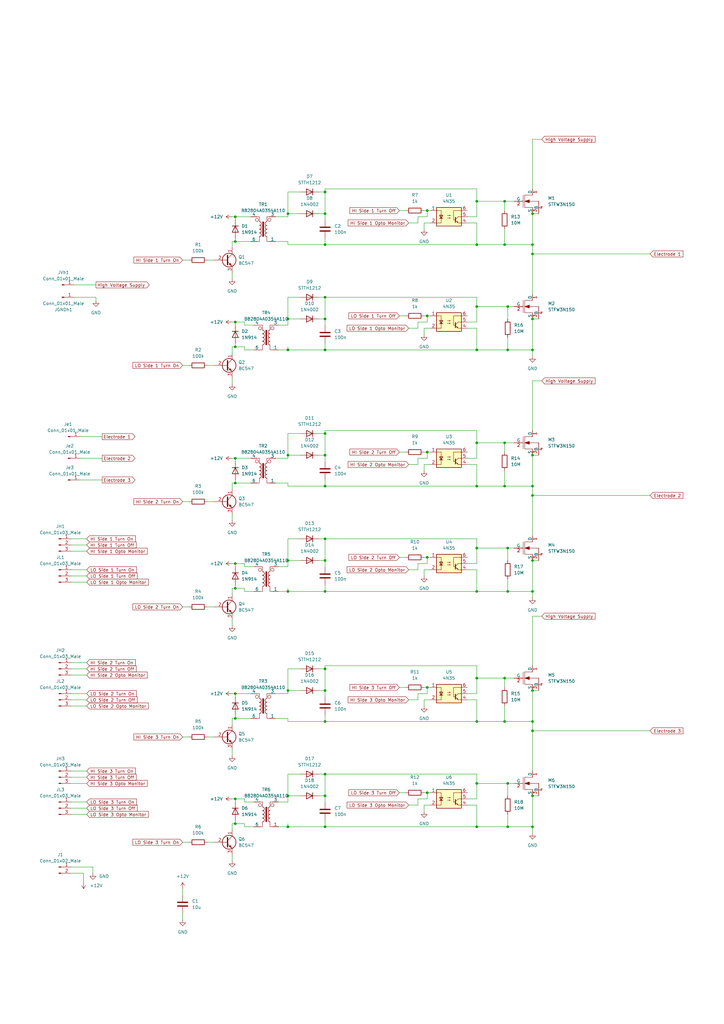
<source format=kicad_sch>
(kicad_sch (version 20211123) (generator eeschema)
  (paper "A3" portrait)
  (junction (at 195.58 224.79))
  (junction (at 96.52 187.96))
  (junction (at 218.44 87.63))
  (junction (at 207.01 181.61))
  (junction (at 133.35 242.57))
  (junction (at 207.01 100.33))
  (junction (at 195.58 100.33))
  (junction (at 133.35 283.21))
  (junction (at 195.58 199.39))
  (junction (at 208.28 125.73))
  (junction (at 96.52 294.64))
  (junction (at 96.52 327.66))
  (junction (at 195.58 321.31))
  (junction (at 133.35 229.87))
  (junction (at 96.52 337.82))
  (junction (at 133.35 220.98))
  (junction (at 208.28 242.57))
  (junction (at 96.52 198.12))
  (junction (at 175.26 281.94))
  (junction (at 218.44 143.51))
  (junction (at 218.44 104.14))
  (junction (at 133.35 317.5))
  (junction (at 175.26 325.12))
  (junction (at 133.35 121.92))
  (junction (at 208.28 143.51))
  (junction (at 195.58 278.13))
  (junction (at 208.28 339.09))
  (junction (at 96.52 241.3))
  (junction (at 175.26 228.6))
  (junction (at 207.01 278.13))
  (junction (at 218.44 299.72))
  (junction (at 133.35 87.63))
  (junction (at 207.01 295.91))
  (junction (at 96.52 142.24))
  (junction (at 118.11 130.81))
  (junction (at 96.52 231.14))
  (junction (at 218.44 283.21))
  (junction (at 218.44 326.39))
  (junction (at 118.11 229.87))
  (junction (at 218.44 130.81))
  (junction (at 218.44 242.57))
  (junction (at 118.11 283.21))
  (junction (at 133.35 143.51))
  (junction (at 133.35 199.39))
  (junction (at 118.11 326.39))
  (junction (at 195.58 143.51))
  (junction (at 133.35 177.8))
  (junction (at 118.11 143.51))
  (junction (at 133.35 326.39))
  (junction (at 96.52 99.06))
  (junction (at 195.58 339.09))
  (junction (at 207.01 82.55))
  (junction (at 218.44 203.2))
  (junction (at 175.26 86.36))
  (junction (at 195.58 242.57))
  (junction (at 195.58 82.55))
  (junction (at 218.44 339.09))
  (junction (at 218.44 295.91))
  (junction (at 208.28 321.31))
  (junction (at 218.44 100.33))
  (junction (at 195.58 181.61))
  (junction (at 118.11 87.63))
  (junction (at 118.11 339.09))
  (junction (at 133.35 78.74))
  (junction (at 118.11 242.57))
  (junction (at 218.44 186.69))
  (junction (at 175.26 129.54))
  (junction (at 133.35 130.81))
  (junction (at 218.44 229.87))
  (junction (at 96.52 88.9))
  (junction (at 96.52 284.48))
  (junction (at 218.44 199.39))
  (junction (at 133.35 100.33))
  (junction (at 118.11 186.69))
  (junction (at 133.35 295.91))
  (junction (at 133.35 274.32))
  (junction (at 208.28 224.79))
  (junction (at 195.58 295.91))
  (junction (at 207.01 199.39))
  (junction (at 195.58 125.73))
  (junction (at 133.35 339.09))
  (junction (at 133.35 186.69))
  (junction (at 96.52 132.08))
  (junction (at 175.26 185.42))
  (wire (pts (xy 29.21 328.93) (xy 35.56 328.93)))
  (wire (pts (xy 218.44 299.72) (xy 218.44 295.91)))
  (wire (pts (xy 95.25 231.14) (xy 96.52 231.14)))
  (wire (pts (xy 133.35 336.55) (xy 133.35 339.09)))
  (wire (pts (xy 207.01 278.13) (xy 210.82 278.13)))
  (wire (pts (xy 173.99 134.62) (xy 176.53 134.62)))
  (wire (pts (xy 191.77 287.02) (xy 195.58 287.02)))
  (wire (pts (xy 218.44 252.73) (xy 222.25 252.73)))
  (wire (pts (xy 195.58 220.98) (xy 133.35 220.98)))
  (wire (pts (xy 195.58 273.05) (xy 195.58 278.13)))
  (wire (pts (xy 96.52 142.24) (xy 100.33 142.24)))
  (wire (pts (xy 133.35 273.05) (xy 133.35 274.32)))
  (wire (pts (xy 74.93 149.86) (xy 77.47 149.86)))
  (wire (pts (xy 95.25 187.96) (xy 96.52 187.96)))
  (wire (pts (xy 100.33 143.51) (xy 100.33 142.24)))
  (wire (pts (xy 133.35 130.81) (xy 130.81 130.81)))
  (wire (pts (xy 123.19 177.8) (xy 118.11 177.8)))
  (wire (pts (xy 39.37 116.84) (xy 30.48 116.84)))
  (wire (pts (xy 114.3 339.09) (xy 118.11 339.09)))
  (wire (pts (xy 207.01 181.61) (xy 210.82 181.61)))
  (wire (pts (xy 218.44 326.39) (xy 220.98 326.39)))
  (wire (pts (xy 95.25 200.66) (xy 95.25 198.12)))
  (wire (pts (xy 207.01 82.55) (xy 210.82 82.55)))
  (wire (pts (xy 118.11 339.09) (xy 133.35 339.09)))
  (wire (pts (xy 95.25 101.6) (xy 95.25 99.06)))
  (wire (pts (xy 130.81 121.92) (xy 133.35 121.92)))
  (wire (pts (xy 104.14 242.57) (xy 100.33 242.57)))
  (wire (pts (xy 195.58 176.53) (xy 195.58 181.61)))
  (wire (pts (xy 118.11 317.5) (xy 118.11 326.39)))
  (wire (pts (xy 195.58 278.13) (xy 207.01 278.13)))
  (wire (pts (xy 100.33 232.41) (xy 104.14 232.41)))
  (wire (pts (xy 118.11 186.69) (xy 123.19 186.69)))
  (wire (pts (xy 175.26 325.12) (xy 176.53 325.12)))
  (wire (pts (xy 29.21 318.77) (xy 35.56 318.77)))
  (wire (pts (xy 118.11 100.33) (xy 133.35 100.33)))
  (wire (pts (xy 171.45 233.68) (xy 171.45 231.14)))
  (wire (pts (xy 118.11 229.87) (xy 118.11 232.41)))
  (wire (pts (xy 29.21 331.47) (xy 35.56 331.47)))
  (wire (pts (xy 208.28 321.31) (xy 210.82 321.31)))
  (wire (pts (xy 171.45 284.48) (xy 175.26 284.48)))
  (wire (pts (xy 96.52 284.48) (xy 102.87 284.48)))
  (wire (pts (xy 195.58 317.5) (xy 133.35 317.5)))
  (wire (pts (xy 118.11 121.92) (xy 118.11 130.81)))
  (wire (pts (xy 173.99 332.74) (xy 173.99 330.2)))
  (wire (pts (xy 96.52 284.48) (xy 96.52 285.75)))
  (wire (pts (xy 74.93 364.49) (xy 74.93 367.03)))
  (wire (pts (xy 207.01 181.61) (xy 207.01 185.42)))
  (wire (pts (xy 218.44 57.15) (xy 218.44 77.47)))
  (wire (pts (xy 218.44 87.63) (xy 220.98 87.63)))
  (wire (pts (xy 34.29 358.14) (xy 34.29 361.95)))
  (wire (pts (xy 195.58 224.79) (xy 208.28 224.79)))
  (wire (pts (xy 96.52 187.96) (xy 96.52 189.23)))
  (wire (pts (xy 96.52 132.08) (xy 100.33 132.08)))
  (wire (pts (xy 163.83 228.6) (xy 166.37 228.6)))
  (wire (pts (xy 218.44 100.33) (xy 218.44 87.63)))
  (wire (pts (xy 96.52 337.82) (xy 95.25 337.82)))
  (wire (pts (xy 118.11 326.39) (xy 118.11 328.93)))
  (wire (pts (xy 123.19 317.5) (xy 118.11 317.5)))
  (wire (pts (xy 113.03 187.96) (xy 118.11 187.96)))
  (wire (pts (xy 130.81 220.98) (xy 133.35 220.98)))
  (wire (pts (xy 195.58 224.79) (xy 195.58 231.14)))
  (wire (pts (xy 173.99 93.98) (xy 173.99 91.44)))
  (wire (pts (xy 173.99 325.12) (xy 175.26 325.12)))
  (wire (pts (xy 118.11 99.06) (xy 118.11 100.33)))
  (wire (pts (xy 96.52 327.66) (xy 100.33 327.66)))
  (wire (pts (xy 95.25 132.08) (xy 96.52 132.08)))
  (wire (pts (xy 118.11 198.12) (xy 118.11 199.39)))
  (wire (pts (xy 191.77 134.62) (xy 195.58 134.62)))
  (wire (pts (xy 95.25 297.18) (xy 95.25 294.64)))
  (wire (pts (xy 195.58 321.31) (xy 195.58 327.66)))
  (wire (pts (xy 195.58 321.31) (xy 208.28 321.31)))
  (wire (pts (xy 95.25 284.48) (xy 96.52 284.48)))
  (wire (pts (xy 163.83 185.42) (xy 166.37 185.42)))
  (wire (pts (xy 218.44 57.15) (xy 222.25 57.15)))
  (wire (pts (xy 133.35 143.51) (xy 195.58 143.51)))
  (wire (pts (xy 114.3 242.57) (xy 118.11 242.57)))
  (wire (pts (xy 218.44 203.2) (xy 218.44 219.71)))
  (wire (pts (xy 29.21 358.14) (xy 34.29 358.14)))
  (wire (pts (xy 100.33 328.93) (xy 104.14 328.93)))
  (wire (pts (xy 114.3 143.51) (xy 118.11 143.51)))
  (wire (pts (xy 118.11 241.3) (xy 118.11 242.57)))
  (wire (pts (xy 123.19 121.92) (xy 118.11 121.92)))
  (wire (pts (xy 173.99 185.42) (xy 175.26 185.42)))
  (wire (pts (xy 171.45 91.44) (xy 171.45 88.9)))
  (wire (pts (xy 173.99 86.36) (xy 175.26 86.36)))
  (wire (pts (xy 96.52 241.3) (xy 100.33 241.3)))
  (wire (pts (xy 167.64 330.2) (xy 171.45 330.2)))
  (wire (pts (xy 29.21 223.52) (xy 35.56 223.52)))
  (wire (pts (xy 218.44 203.2) (xy 266.7 203.2)))
  (wire (pts (xy 175.26 231.14) (xy 175.26 228.6)))
  (wire (pts (xy 173.99 228.6) (xy 175.26 228.6)))
  (wire (pts (xy 29.21 284.48) (xy 35.56 284.48)))
  (wire (pts (xy 218.44 295.91) (xy 218.44 283.21)))
  (wire (pts (xy 30.48 121.92) (xy 39.37 121.92)))
  (wire (pts (xy 195.58 327.66) (xy 191.77 327.66)))
  (wire (pts (xy 29.21 289.56) (xy 35.56 289.56)))
  (wire (pts (xy 118.11 337.82) (xy 118.11 339.09)))
  (wire (pts (xy 133.35 293.37) (xy 133.35 295.91)))
  (wire (pts (xy 175.26 129.54) (xy 176.53 129.54)))
  (wire (pts (xy 208.28 237.49) (xy 208.28 242.57)))
  (wire (pts (xy 123.19 220.98) (xy 118.11 220.98)))
  (wire (pts (xy 133.35 283.21) (xy 130.81 283.21)))
  (wire (pts (xy 85.09 345.44) (xy 87.63 345.44)))
  (wire (pts (xy 133.35 285.75) (xy 133.35 283.21)))
  (wire (pts (xy 133.35 176.53) (xy 133.35 177.8)))
  (wire (pts (xy 118.11 283.21) (xy 123.19 283.21)))
  (wire (pts (xy 218.44 156.21) (xy 218.44 176.53)))
  (wire (pts (xy 96.52 198.12) (xy 102.87 198.12)))
  (wire (pts (xy 113.03 88.9) (xy 118.11 88.9)))
  (wire (pts (xy 175.26 132.08) (xy 175.26 129.54)))
  (wire (pts (xy 133.35 242.57) (xy 195.58 242.57)))
  (wire (pts (xy 173.99 193.04) (xy 173.99 190.5)))
  (wire (pts (xy 96.52 240.03) (xy 96.52 241.3)))
  (wire (pts (xy 29.21 276.86) (xy 35.56 276.86)))
  (wire (pts (xy 118.11 177.8) (xy 118.11 186.69)))
  (wire (pts (xy 118.11 274.32) (xy 118.11 283.21)))
  (wire (pts (xy 195.58 82.55) (xy 207.01 82.55)))
  (wire (pts (xy 173.99 281.94) (xy 175.26 281.94)))
  (wire (pts (xy 191.77 233.68) (xy 195.58 233.68)))
  (wire (pts (xy 118.11 294.64) (xy 118.11 295.91)))
  (wire (pts (xy 175.26 88.9) (xy 175.26 86.36)))
  (wire (pts (xy 195.58 82.55) (xy 195.58 88.9)))
  (wire (pts (xy 195.58 233.68) (xy 195.58 242.57)))
  (wire (pts (xy 85.09 106.68) (xy 87.63 106.68)))
  (wire (pts (xy 163.83 129.54) (xy 166.37 129.54)))
  (wire (pts (xy 95.25 142.24) (xy 95.25 144.78)))
  (wire (pts (xy 96.52 241.3) (xy 95.25 241.3)))
  (wire (pts (xy 218.44 252.73) (xy 218.44 273.05)))
  (wire (pts (xy 133.35 273.05) (xy 195.58 273.05)))
  (wire (pts (xy 218.44 104.14) (xy 218.44 120.65)))
  (wire (pts (xy 173.99 137.16) (xy 173.99 134.62)))
  (wire (pts (xy 96.52 337.82) (xy 100.33 337.82)))
  (wire (pts (xy 29.21 274.32) (xy 35.56 274.32)))
  (wire (pts (xy 100.33 242.57) (xy 100.33 241.3)))
  (wire (pts (xy 96.52 88.9) (xy 102.87 88.9)))
  (wire (pts (xy 218.44 104.14) (xy 218.44 100.33)))
  (wire (pts (xy 39.37 123.19) (xy 39.37 121.92)))
  (wire (pts (xy 96.52 327.66) (xy 96.52 328.93)))
  (wire (pts (xy 95.25 327.66) (xy 96.52 327.66)))
  (wire (pts (xy 218.44 242.57) (xy 218.44 229.87)))
  (wire (pts (xy 163.83 281.94) (xy 166.37 281.94)))
  (wire (pts (xy 175.26 228.6) (xy 176.53 228.6)))
  (wire (pts (xy 96.52 336.55) (xy 96.52 337.82)))
  (wire (pts (xy 104.14 143.51) (xy 100.33 143.51)))
  (wire (pts (xy 173.99 233.68) (xy 176.53 233.68)))
  (wire (pts (xy 29.21 316.23) (xy 35.56 316.23)))
  (wire (pts (xy 175.26 327.66) (xy 175.26 325.12)))
  (wire (pts (xy 85.09 302.26) (xy 87.63 302.26)))
  (wire (pts (xy 130.81 177.8) (xy 133.35 177.8)))
  (wire (pts (xy 74.93 248.92) (xy 77.47 248.92)))
  (wire (pts (xy 118.11 142.24) (xy 118.11 143.51)))
  (wire (pts (xy 163.83 325.12) (xy 166.37 325.12)))
  (wire (pts (xy 38.1 355.6) (xy 38.1 358.14)))
  (wire (pts (xy 85.09 205.74) (xy 87.63 205.74)))
  (wire (pts (xy 195.58 317.5) (xy 195.58 321.31)))
  (wire (pts (xy 114.3 232.41) (xy 118.11 232.41)))
  (wire (pts (xy 96.52 294.64) (xy 102.87 294.64)))
  (wire (pts (xy 218.44 283.21) (xy 220.98 283.21)))
  (wire (pts (xy 195.58 190.5) (xy 195.58 199.39)))
  (wire (pts (xy 175.26 284.48) (xy 175.26 281.94)))
  (wire (pts (xy 118.11 78.74) (xy 118.11 87.63)))
  (wire (pts (xy 195.58 77.47) (xy 195.58 82.55)))
  (wire (pts (xy 207.01 278.13) (xy 207.01 281.94)))
  (wire (pts (xy 208.28 143.51) (xy 218.44 143.51)))
  (wire (pts (xy 123.19 274.32) (xy 118.11 274.32)))
  (wire (pts (xy 133.35 326.39) (xy 130.81 326.39)))
  (wire (pts (xy 195.58 132.08) (xy 191.77 132.08)))
  (wire (pts (xy 171.45 190.5) (xy 171.45 187.96)))
  (wire (pts (xy 195.58 220.98) (xy 195.58 224.79)))
  (wire (pts (xy 207.01 93.98) (xy 207.01 100.33)))
  (wire (pts (xy 118.11 283.21) (xy 118.11 284.48)))
  (wire (pts (xy 123.19 130.81) (xy 118.11 130.81)))
  (wire (pts (xy 173.99 129.54) (xy 175.26 129.54)))
  (wire (pts (xy 195.58 121.92) (xy 133.35 121.92)))
  (wire (pts (xy 218.44 229.87) (xy 220.98 229.87)))
  (wire (pts (xy 95.25 307.34) (xy 95.25 309.88)))
  (wire (pts (xy 218.44 156.21) (xy 222.25 156.21)))
  (wire (pts (xy 100.33 133.35) (xy 104.14 133.35)))
  (wire (pts (xy 218.44 245.11) (xy 218.44 242.57)))
  (wire (pts (xy 195.58 295.91) (xy 207.01 295.91)))
  (wire (pts (xy 133.35 78.74) (xy 133.35 87.63)))
  (wire (pts (xy 167.64 91.44) (xy 171.45 91.44)))
  (wire (pts (xy 173.99 289.56) (xy 173.99 287.02)))
  (wire (pts (xy 133.35 240.03) (xy 133.35 242.57)))
  (wire (pts (xy 133.35 199.39) (xy 195.58 199.39)))
  (wire (pts (xy 173.99 236.22) (xy 173.99 233.68)))
  (wire (pts (xy 195.58 330.2) (xy 195.58 339.09)))
  (wire (pts (xy 104.14 339.09) (xy 100.33 339.09)))
  (wire (pts (xy 118.11 130.81) (xy 118.11 133.35)))
  (wire (pts (xy 29.21 238.76) (xy 35.56 238.76)))
  (wire (pts (xy 95.25 241.3) (xy 95.25 243.84)))
  (wire (pts (xy 173.99 91.44) (xy 176.53 91.44)))
  (wire (pts (xy 175.26 281.94) (xy 176.53 281.94)))
  (wire (pts (xy 96.52 196.85) (xy 96.52 198.12)))
  (wire (pts (xy 218.44 203.2) (xy 218.44 199.39)))
  (wire (pts (xy 195.58 125.73) (xy 195.58 132.08)))
  (wire (pts (xy 171.45 330.2) (xy 171.45 327.66)))
  (wire (pts (xy 133.35 220.98) (xy 133.35 229.87)))
  (wire (pts (xy 133.35 121.92) (xy 133.35 130.81)))
  (wire (pts (xy 95.25 198.12) (xy 96.52 198.12)))
  (wire (pts (xy 133.35 140.97) (xy 133.35 143.51)))
  (wire (pts (xy 208.28 125.73) (xy 208.28 130.81)))
  (wire (pts (xy 171.45 134.62) (xy 171.45 132.08)))
  (wire (pts (xy 195.58 181.61) (xy 195.58 187.96)))
  (wire (pts (xy 74.93 302.26) (xy 77.47 302.26)))
  (wire (pts (xy 85.09 149.86) (xy 87.63 149.86)))
  (wire (pts (xy 29.21 233.68) (xy 35.56 233.68)))
  (wire (pts (xy 130.81 78.74) (xy 133.35 78.74)))
  (wire (pts (xy 29.21 226.06) (xy 35.56 226.06)))
  (wire (pts (xy 133.35 77.47) (xy 195.58 77.47)))
  (wire (pts (xy 133.35 87.63) (xy 130.81 87.63)))
  (wire (pts (xy 195.58 278.13) (xy 195.58 284.48)))
  (wire (pts (xy 96.52 140.97) (xy 96.52 142.24)))
  (wire (pts (xy 113.03 198.12) (xy 118.11 198.12)))
  (wire (pts (xy 167.64 190.5) (xy 171.45 190.5)))
  (wire (pts (xy 171.45 231.14) (xy 175.26 231.14)))
  (wire (pts (xy 96.52 142.24) (xy 95.25 142.24)))
  (wire (pts (xy 114.3 328.93) (xy 118.11 328.93)))
  (wire (pts (xy 96.52 231.14) (xy 96.52 232.41)))
  (wire (pts (xy 218.44 341.63) (xy 218.44 339.09)))
  (wire (pts (xy 171.45 88.9) (xy 175.26 88.9)))
  (wire (pts (xy 123.19 229.87) (xy 118.11 229.87)))
  (wire (pts (xy 133.35 189.23) (xy 133.35 186.69)))
  (wire (pts (xy 195.58 125.73) (xy 208.28 125.73)))
  (wire (pts (xy 207.01 199.39) (xy 218.44 199.39)))
  (wire (pts (xy 95.25 337.82) (xy 95.25 340.36)))
  (wire (pts (xy 173.99 287.02) (xy 176.53 287.02)))
  (wire (pts (xy 208.28 321.31) (xy 208.28 326.39)))
  (wire (pts (xy 95.25 111.76) (xy 95.25 114.3)))
  (wire (pts (xy 118.11 143.51) (xy 133.35 143.51)))
  (wire (pts (xy 133.35 133.35) (xy 133.35 130.81)))
  (wire (pts (xy 133.35 90.17) (xy 133.35 87.63)))
  (wire (pts (xy 85.09 248.92) (xy 87.63 248.92)))
  (wire (pts (xy 195.58 199.39) (xy 207.01 199.39)))
  (wire (pts (xy 95.25 99.06) (xy 96.52 99.06)))
  (wire (pts (xy 130.81 274.32) (xy 133.35 274.32)))
  (wire (pts (xy 133.35 328.93) (xy 133.35 326.39)))
  (wire (pts (xy 208.28 334.01) (xy 208.28 339.09)))
  (wire (pts (xy 33.02 187.96) (xy 41.91 187.96)))
  (wire (pts (xy 96.52 293.37) (xy 96.52 294.64)))
  (wire (pts (xy 95.25 154.94) (xy 95.25 157.48)))
  (wire (pts (xy 29.21 334.01) (xy 35.56 334.01)))
  (wire (pts (xy 195.58 100.33) (xy 207.01 100.33)))
  (wire (pts (xy 195.58 91.44) (xy 195.58 100.33)))
  (wire (pts (xy 208.28 125.73) (xy 210.82 125.73)))
  (wire (pts (xy 133.35 186.69) (xy 130.81 186.69)))
  (wire (pts (xy 133.35 177.8) (xy 133.35 186.69)))
  (wire (pts (xy 123.19 78.74) (xy 118.11 78.74)))
  (wire (pts (xy 133.35 97.79) (xy 133.35 100.33)))
  (wire (pts (xy 195.58 134.62) (xy 195.58 143.51)))
  (wire (pts (xy 118.11 186.69) (xy 118.11 187.96)))
  (wire (pts (xy 100.33 132.08) (xy 100.33 133.35)))
  (wire (pts (xy 118.11 199.39) (xy 133.35 199.39)))
  (wire (pts (xy 96.52 88.9) (xy 96.52 90.17)))
  (wire (pts (xy 218.44 130.81) (xy 220.98 130.81)))
  (wire (pts (xy 207.01 82.55) (xy 207.01 86.36)))
  (wire (pts (xy 133.35 339.09) (xy 195.58 339.09)))
  (wire (pts (xy 74.93 345.44) (xy 77.47 345.44)))
  (wire (pts (xy 218.44 186.69) (xy 220.98 186.69)))
  (wire (pts (xy 123.19 326.39) (xy 118.11 326.39)))
  (wire (pts (xy 195.58 231.14) (xy 191.77 231.14)))
  (wire (pts (xy 74.93 106.68) (xy 77.47 106.68)))
  (wire (pts (xy 218.44 299.72) (xy 218.44 316.23)))
  (wire (pts (xy 29.21 236.22) (xy 35.56 236.22)))
  (wire (pts (xy 118.11 87.63) (xy 118.11 88.9)))
  (wire (pts (xy 207.01 100.33) (xy 218.44 100.33)))
  (wire (pts (xy 133.35 176.53) (xy 195.58 176.53)))
  (wire (pts (xy 218.44 104.14) (xy 266.7 104.14)))
  (wire (pts (xy 167.64 134.62) (xy 171.45 134.62)))
  (wire (pts (xy 29.21 220.98) (xy 35.56 220.98)))
  (wire (pts (xy 29.21 321.31) (xy 35.56 321.31)))
  (wire (pts (xy 29.21 355.6) (xy 38.1 355.6)))
  (wire (pts (xy 175.26 86.36) (xy 176.53 86.36)))
  (wire (pts (xy 133.35 274.32) (xy 133.35 283.21)))
  (wire (pts (xy 171.45 287.02) (xy 171.45 284.48)))
  (wire (pts (xy 133.35 100.33) (xy 195.58 100.33)))
  (wire (pts (xy 74.93 205.74) (xy 77.47 205.74)))
  (wire (pts (xy 171.45 327.66) (xy 175.26 327.66)))
  (wire (pts (xy 191.77 330.2) (xy 195.58 330.2)))
  (wire (pts (xy 95.25 210.82) (xy 95.25 213.36)))
  (wire (pts (xy 218.44 146.05) (xy 218.44 143.51)))
  (wire (pts (xy 118.11 295.91) (xy 133.35 295.91)))
  (wire (pts (xy 133.35 229.87) (xy 130.81 229.87)))
  (wire (pts (xy 33.02 179.07) (xy 41.91 179.07)))
  (wire (pts (xy 218.44 299.72) (xy 266.7 299.72)))
  (wire (pts (xy 171.45 132.08) (xy 175.26 132.08)))
  (wire (pts (xy 195.58 181.61) (xy 207.01 181.61)))
  (wire (pts (xy 163.83 86.36) (xy 166.37 86.36)))
  (wire (pts (xy 100.33 327.66) (xy 100.33 328.93)))
  (wire (pts (xy 95.25 254) (xy 95.25 256.54)))
  (wire (pts (xy 167.64 233.68) (xy 171.45 233.68)))
  (wire (pts (xy 175.26 185.42) (xy 176.53 185.42)))
  (wire (pts (xy 96.52 231.14) (xy 100.33 231.14)))
  (wire (pts (xy 195.58 121.92) (xy 195.58 125.73)))
  (wire (pts (xy 208.28 138.43) (xy 208.28 143.51)))
  (wire (pts (xy 100.33 231.14) (xy 100.33 232.41)))
  (wire (pts (xy 130.81 317.5) (xy 133.35 317.5)))
  (wire (pts (xy 167.64 287.02) (xy 171.45 287.02)))
  (wire (pts (xy 218.44 199.39) (xy 218.44 186.69)))
  (wire (pts (xy 133.35 295.91) (xy 195.58 295.91)))
  (wire (pts (xy 113.03 294.64) (xy 118.11 294.64)))
  (wire (pts (xy 191.77 88.9) (xy 195.58 88.9)))
  (wire (pts (xy 29.21 287.02) (xy 35.56 287.02)))
  (wire (pts (xy 96.52 99.06) (xy 102.87 99.06)))
  (wire (pts (xy 96.52 132.08) (xy 96.52 133.35)))
  (wire (pts (xy 171.45 187.96) (xy 175.26 187.96)))
  (wire (pts (xy 118.11 242.57) (xy 133.35 242.57)))
  (wire (pts (xy 218.44 143.51) (xy 218.44 130.81)))
  (wire (pts (xy 207.01 295.91) (xy 218.44 295.91)))
  (wire (pts (xy 95.25 294.64) (xy 96.52 294.64)))
  (wire (pts (xy 173.99 190.5) (xy 176.53 190.5)))
  (wire (pts (xy 191.77 284.48) (xy 195.58 284.48)))
  (wire (pts (xy 29.21 271.78) (xy 35.56 271.78)))
  (wire (pts (xy 207.01 289.56) (xy 207.01 295.91)))
  (wire (pts (xy 96.52 97.79) (xy 96.52 99.06)))
  (wire (pts (xy 100.33 339.09) (xy 100.33 337.82)))
  (wire (pts (xy 74.93 374.65) (xy 74.93 377.19)))
  (wire (pts (xy 118.11 87.63) (xy 123.19 87.63)))
  (wire (pts (xy 195.58 242.57) (xy 208.28 242.57)))
  (wire (pts (xy 208.28 224.79) (xy 210.82 224.79)))
  (wire (pts (xy 113.03 99.06) (xy 118.11 99.06)))
  (wire (pts (xy 191.77 91.44) (xy 195.58 91.44)))
  (wire (pts (xy 133.35 317.5) (xy 133.35 326.39)))
  (wire (pts (xy 191.77 187.96) (xy 195.58 187.96)))
  (wire (pts (xy 208.28 224.79) (xy 208.28 229.87)))
  (wire (pts (xy 175.26 187.96) (xy 175.26 185.42)))
  (wire (pts (xy 96.52 187.96) (xy 102.87 187.96)))
  (wire (pts (xy 118.11 220.98) (xy 118.11 229.87)))
  (wire (pts (xy 114.3 133.35) (xy 118.11 133.35)))
  (wire (pts (xy 33.02 196.85) (xy 41.91 196.85)))
  (wire (pts (xy 173.99 330.2) (xy 176.53 330.2)))
  (wire (pts (xy 133.35 196.85) (xy 133.35 199.39)))
  (wire (pts (xy 191.77 190.5) (xy 195.58 190.5)))
  (wire (pts (xy 195.58 143.51) (xy 208.28 143.51)))
  (wire (pts (xy 133.35 232.41) (xy 133.35 229.87)))
  (wire (pts (xy 207.01 193.04) (xy 207.01 199.39)))
  (wire (pts (xy 218.44 339.09) (xy 218.44 326.39)))
  (wire (pts (xy 113.03 284.48) (xy 118.11 284.48)))
  (wire (pts (xy 195.58 287.02) (xy 195.58 295.91)))
  (wire (pts (xy 195.58 339.09) (xy 208.28 339.09)))
  (wire (pts (xy 133.35 77.47) (xy 133.35 78.74)))
  (wire (pts (xy 95.25 88.9) (xy 96.52 88.9)))
  (wire (pts (xy 208.28 242.57) (xy 218.44 242.57)))
  (wire (pts (xy 95.25 350.52) (xy 95.25 353.06)))
  (wire (pts (xy 208.28 339.09) (xy 218.44 339.09)))
  (global_label "Electrode 2" (shape input) (at 266.7 203.2 0) (property "Intersheet References" "${INTERSHEET_REFS}" (effects hide)))
  (global_label "Electrode 2" (shape output) (at 41.91 187.96 0) (property "Intersheet References" "${INTERSHEET_REFS}" (effects hide)))
  (global_label "LO Side 3 Opto Monitor" (shape input) (at 35.56 334.01 0) (property "Intersheet References" "${INTERSHEET_REFS}" (effects hide)))
  (global_label "High Voltage Supply" (shape input) (at 222.25 57.15 0) (property "Intersheet References" "${INTERSHEET_REFS}" (effects hide)))
  (global_label "HI Side 1 Turn On" (shape input) (at 35.56 220.98 0) (property "Intersheet References" "${INTERSHEET_REFS}" (effects hide)))
  (global_label "High Voltage Supply" (shape input) (at 222.25 252.73 0) (property "Intersheet References" "${INTERSHEET_REFS}" (effects hide)))
  (global_label "HI Side 3 Turn On" (shape input) (at 35.56 316.23 0) (property "Intersheet References" "${INTERSHEET_REFS}" (effects hide)))
  (global_label "Electrode 3" (shape output) (at 41.91 196.85 0) (property "Intersheet References" "${INTERSHEET_REFS}" (effects hide)))
  (global_label "LO Side 2 Turn On" (shape input) (at 35.56 284.48 0) (property "Intersheet References" "${INTERSHEET_REFS}" (effects hide)))
  (global_label "LO Side 2 Opto Monitor" (shape input) (at 167.64 233.68 180) (property "Intersheet References" "${INTERSHEET_REFS}" (effects hide)))
  (global_label "LO Side 1 Turn On" (shape input) (at 74.93 149.86 180) (property "Intersheet References" "${INTERSHEET_REFS}" (effects hide)))
  (global_label "LO Side 1 Turn On" (shape input) (at 35.56 233.68 0) (property "Intersheet References" "${INTERSHEET_REFS}" (effects hide)))
  (global_label "HI Side 1 Turn Off" (shape input) (at 163.83 86.36 180) (property "Intersheet References" "${INTERSHEET_REFS}" (effects hide)))
  (global_label "High Voltage Supply" (shape input) (at 222.25 156.21 0) (property "Intersheet References" "${INTERSHEET_REFS}" (effects hide)))
  (global_label "LO Side 3 Opto Monitor" (shape input) (at 167.64 330.2 180) (property "Intersheet References" "${INTERSHEET_REFS}" (effects hide)))
  (global_label "LO Side 2 Turn Off" (shape input) (at 35.56 287.02 0) (property "Intersheet References" "${INTERSHEET_REFS}" (effects hide)))
  (global_label "HI Side 2 Turn Off" (shape input) (at 35.56 274.32 0) (property "Intersheet References" "${INTERSHEET_REFS}" (effects hide)))
  (global_label "HI Side 2 Turn On" (shape input) (at 74.93 205.74 180) (property "Intersheet References" "${INTERSHEET_REFS}" (effects hide)))
  (global_label "HI Side 1 Opto Monitor" (shape input) (at 35.56 226.06 0) (property "Intersheet References" "${INTERSHEET_REFS}" (effects hide)))
  (global_label "HI Side 2 Turn Off" (shape input) (at 163.83 185.42 180) (property "Intersheet References" "${INTERSHEET_REFS}" (effects hide)))
  (global_label "HI Side 1 Opto Monitor" (shape input) (at 167.64 91.44 180) (property "Intersheet References" "${INTERSHEET_REFS}" (effects hide)))
  (global_label "LO Side 1 Opto Monitor" (shape input) (at 35.56 238.76 0) (property "Intersheet References" "${INTERSHEET_REFS}" (effects hide)))
  (global_label "LO Side 3 Turn Off" (shape input) (at 35.56 331.47 0) (property "Intersheet References" "${INTERSHEET_REFS}" (effects hide)))
  (global_label "LO Side 2 Turn Off" (shape input) (at 163.83 228.6 180) (property "Intersheet References" "${INTERSHEET_REFS}" (effects hide)))
  (global_label "High Voltage Supply" (shape output) (at 39.37 116.84 0) (property "Intersheet References" "${INTERSHEET_REFS}" (effects hide)))
  (global_label "LO Side 3 Turn On" (shape input) (at 35.56 328.93 0) (property "Intersheet References" "${INTERSHEET_REFS}" (effects hide)))
  (global_label "Electrode 3" (shape input) (at 266.7 299.72 0) (property "Intersheet References" "${INTERSHEET_REFS}" (effects hide)))
  (global_label "HI Side 1 Turn Off" (shape input) (at 35.56 223.52 0) (property "Intersheet References" "${INTERSHEET_REFS}" (effects hide)))
  (global_label "HI Side 2 Opto Monitor" (shape input) (at 35.56 276.86 0) (property "Intersheet References" "${INTERSHEET_REFS}" (effects hide)))
  (global_label "LO Side 2 Turn On" (shape input) (at 74.93 248.92 180) (property "Intersheet References" "${INTERSHEET_REFS}" (effects hide)))
  (global_label "Electrode 1" (shape output) (at 41.91 179.07 0) (property "Intersheet References" "${INTERSHEET_REFS}" (effects hide)))
  (global_label "HI Side 3 Opto Monitor" (shape input) (at 35.56 321.31 0) (property "Intersheet References" "${INTERSHEET_REFS}" (effects hide)))
  (global_label "HI Side 3 Opto Monitor" (shape input) (at 167.64 287.02 180) (property "Intersheet References" "${INTERSHEET_REFS}" (effects hide)))
  (global_label "HI Side 2 Opto Monitor" (shape input) (at 167.64 190.5 180) (property "Intersheet References" "${INTERSHEET_REFS}" (effects hide)))
  (global_label "HI Side 3 Turn On" (shape input) (at 74.93 302.26 180) (property "Intersheet References" "${INTERSHEET_REFS}" (effects hide)))
  (global_label "LO Side 2 Opto Monitor" (shape input) (at 35.56 289.56 0) (property "Intersheet References" "${INTERSHEET_REFS}" (effects hide)))
  (global_label "HI Side 1 Turn On" (shape input) (at 74.93 106.68 180) (property "Intersheet References" "${INTERSHEET_REFS}" (effects hide)))
  (global_label "LO Side 1 Opto Monitor" (shape input) (at 167.64 134.62 180) (property "Intersheet References" "${INTERSHEET_REFS}" (effects hide)))
  (global_label "LO Side 1 Turn Off" (shape input) (at 35.56 236.22 0) (property "Intersheet References" "${INTERSHEET_REFS}" (effects hide)))
  (global_label "HI Side 3 Turn Off" (shape input) (at 163.83 281.94 180) (property "Intersheet References" "${INTERSHEET_REFS}" (effects hide)))
  (global_label "LO Side 3 Turn Off" (shape input) (at 163.83 325.12 180) (property "Intersheet References" "${INTERSHEET_REFS}" (effects hide)))
  (global_label "LO Side 1 Turn Off" (shape input) (at 163.83 129.54 180) (property "Intersheet References" "${INTERSHEET_REFS}" (effects hide)))
  (global_label "HI Side 2 Turn On" (shape input) (at 35.56 271.78 0) (property "Intersheet References" "${INTERSHEET_REFS}" (effects hide)))
  (global_label "HI Side 3 Turn Off" (shape input) (at 35.56 318.77 0) (property "Intersheet References" "${INTERSHEET_REFS}" (effects hide)))
  (global_label "Electrode 1" (shape input) (at 266.7 104.14 0) (property "Intersheet References" "${INTERSHEET_REFS}" (effects hide)))
  (global_label "LO Side 3 Turn On" (shape input) (at 74.93 345.44 180) (property "Intersheet References" "${INTERSHEET_REFS}" (effects hide)))
  (symbol (lib_id "Transistor_BJT:BC547") (at 92.71 302.26 0) (unit 1)
    (property "Reference" "Q5" (at 97.79 300.9899 0) (effects (justify left)))
    (property "Value" "BC547" (at 97.79 303.5299 0) (effects (justify left)))
    (property "Footprint" "Package_TO_SOT_THT:TO-92_Inline" (effects hide))
    (property "Datasheet" "https://www.onsemi.com/pub/Collateral/BC550-D.pdf" (effects hide))
  )
  (symbol (lib_id "power:+12V") (at 95.25 88.9 90) (unit 1)
    (property "Reference" "#PWR06" (effects hide))
    (property "Value" "+12V" (at 91.44 88.8999 90) (effects (justify left)))
  )
  (symbol (lib_id "Device:R") (at 207.01 189.23 0) (unit 1)
    (property "Reference" "R14" (at 209.55 187.9599 0) (effects (justify left)))
    (property "Value" "10M" (at 209.55 190.4999 0) (effects (justify left)))
    (property "Footprint" "Resistor_THT:R_Axial_DIN0411_L9.9mm_D3.6mm_P15.24mm_Horizontal" (effects hide))
  )
  (symbol (lib_id "Device:C") (at 74.93 370.84 0) (unit 1)
    (property "Reference" "C1" (at 78.74 369.5699 0) (effects (justify left)))
    (property "Value" "10u" (at 78.74 372.1099 0) (effects (justify left)))
    (property "Footprint" "Capacitor_THT:CP_Radial_D5.0mm_P2.50mm" (effects hide))
  )
  (symbol (lib_id "pspice:MNMOS") (at 215.9 278.13 0) (unit 1)
    (property "Reference" "M5" (at 224.79 276.86 0) (effects (justify left)))
    (property "Value" "STFW3N150" (at 224.79 279.4 0) (effects (justify left)))
    (property "Footprint" "libraries:TO545P570X1550X3060-3P" (effects hide))
  )
  (symbol (lib_id "Device:R") (at 81.28 106.68 90) (unit 1)
    (property "Reference" "R1" (at 81.28 100.33 90))
    (property "Value" "100k" (at 81.28 102.87 90))
    (property "Footprint" "Resistor_SMD:R_0805_2012Metric" (effects hide))
  )
  (symbol (lib_id "Connector:Conn_01x03_Male") (at 24.13 287.02 0) (unit 1)
    (property "Reference" "JL2" (at 24.765 279.4 0))
    (property "Value" "Conn_01x03_Male" (at 24.765 281.94 0))
    (property "Footprint" "Connector_PinHeader_2.54mm:PinHeader_1x03_P2.54mm_Vertical" (effects hide))
  )
  (symbol (lib_id "Transistor_BJT:BC547") (at 92.71 106.68 0) (unit 1)
    (property "Reference" "Q1" (at 97.79 105.4099 0) (effects (justify left)))
    (property "Value" "BC547" (at 97.79 107.9499 0) (effects (justify left)))
    (property "Footprint" "Package_TO_SOT_THT:TO-92_Inline" (effects hide))
    (property "Datasheet" "https://www.onsemi.com/pub/Collateral/BC550-D.pdf" (effects hide))
  )
  (symbol (lib_id "Device:R") (at 170.18 325.12 90) (unit 1)
    (property "Reference" "R12" (at 170.18 318.77 90))
    (property "Value" "1k" (at 170.18 321.31 90))
    (property "Footprint" "Resistor_SMD:R_0805_2012Metric" (effects hide))
  )
  (symbol (lib_id "Diode:1N914") (at 96.52 93.98 270) (unit 1)
    (property "Reference" "D1" (at 99.06 92.7099 90) (effects (justify left)))
    (property "Value" "1N914" (at 99.06 95.2499 90) (effects (justify left)))
    (property "Footprint" "Diode_THT:D_DO-35_SOD27_P7.62mm_Horizontal" (effects hide))
    (property "Datasheet" "http://www.vishay.com/docs/85622/1n914.pdf" (effects hide))
  )
  (symbol (lib_id "Diode:1N914") (at 96.52 289.56 270) (unit 1)
    (property "Reference" "D5" (at 99.06 288.2899 90) (effects (justify left)))
    (property "Value" "1N914" (at 99.06 290.8299 90) (effects (justify left)))
    (property "Footprint" "Diode_THT:D_DO-35_SOD27_P7.62mm_Horizontal" (effects hide))
    (property "Datasheet" "http://www.vishay.com/docs/85622/1n914.pdf" (effects hide))
  )
  (symbol (lib_id "power:GND") (at 74.93 377.19 0) (unit 1)
    (property "Reference" "#PWR05" (effects hide))
    (property "Value" "GND" (at 74.93 382.27 0))
  )
  (symbol (lib_id "Device:R") (at 208.28 134.62 0) (unit 1)
    (property "Reference" "R16" (at 210.82 133.3499 0) (effects (justify left)))
    (property "Value" "10M" (at 210.82 135.8899 0) (effects (justify left)))
    (property "Footprint" "Resistor_THT:R_Axial_DIN0411_L9.9mm_D3.6mm_P15.24mm_Horizontal" (effects hide))
  )
  (symbol (lib_id "power:GND") (at 173.99 332.74 0) (unit 1)
    (property "Reference" "#PWR023" (effects hide))
    (property "Value" "GND" (at 173.99 337.82 0))
  )
  (symbol (lib_id "Isolator:4N35") (at 184.15 231.14 0) (unit 1)
    (property "Reference" "U4" (at 184.15 222.25 0))
    (property "Value" "4N35" (at 184.15 224.79 0))
    (property "Footprint" "Package_DIP:DIP-6_W7.62mm" (effects hide))
    (property "Datasheet" "https://www.vishay.com/docs/81181/4n35.pdf" (effects hide))
  )
  (symbol (lib_id "pspice:MNMOS") (at 215.9 125.73 0) (unit 1)
    (property "Reference" "M2" (at 224.79 124.46 0) (effects (justify left)))
    (property "Value" "STFW3N150" (at 224.79 127 0) (effects (justify left)))
    (property "Footprint" "libraries:TO545P570X1550X3060-3P" (effects hide))
  )
  (symbol (lib_id "Isolator:4N35") (at 184.15 88.9 0) (unit 1)
    (property "Reference" "U1" (at 184.15 80.01 0))
    (property "Value" "4N35" (at 184.15 82.55 0))
    (property "Footprint" "Package_DIP:DIP-6_W7.62mm" (effects hide))
    (property "Datasheet" "https://www.vishay.com/docs/81181/4n35.pdf" (effects hide))
  )
  (symbol (lib_id "pspice:MNMOS") (at 215.9 181.61 0) (unit 1)
    (property "Reference" "M3" (at 224.79 180.34 0) (effects (justify left)))
    (property "Value" "STFW3N150" (at 224.79 182.88 0) (effects (justify left)))
    (property "Footprint" "libraries:TO545P570X1550X3060-3P" (effects hide))
  )
  (symbol (lib_id "power:GND") (at 95.25 353.06 0) (unit 1)
    (property "Reference" "#PWR017" (effects hide))
    (property "Value" "GND" (at 95.25 358.14 0))
  )
  (symbol (lib_id "power:+12V") (at 95.25 327.66 90) (unit 1)
    (property "Reference" "#PWR016" (effects hide))
    (property "Value" "+12V" (at 91.44 327.6599 90) (effects (justify left)))
  )
  (symbol (lib_id "Device:C") (at 133.35 332.74 0) (unit 1)
    (property "Reference" "C7" (at 137.16 331.4699 0) (effects (justify left)))
    (property "Value" "100n" (at 137.16 334.0099 0) (effects (justify left)))
    (property "Footprint" "Capacitor_THT:C_Axial_L3.8mm_D2.6mm_P7.50mm_Horizontal" (effects hide))
  )
  (symbol (lib_id "Transistor_BJT:BC547") (at 92.71 205.74 0) (unit 1)
    (property "Reference" "Q3" (at 97.79 204.4699 0) (effects (justify left)))
    (property "Value" "BC547" (at 97.79 207.0099 0) (effects (justify left)))
    (property "Footprint" "Package_TO_SOT_THT:TO-92_Inline" (effects hide))
    (property "Datasheet" "https://www.onsemi.com/pub/Collateral/BC550-D.pdf" (effects hide))
  )
  (symbol (lib_id "Device:R") (at 170.18 185.42 90) (unit 1)
    (property "Reference" "R9" (at 170.18 179.07 90))
    (property "Value" "1k" (at 170.18 181.61 90))
    (property "Footprint" "Resistor_SMD:R_0805_2012Metric" (effects hide))
  )
  (symbol (lib_id "power:+12V") (at 95.25 231.14 90) (unit 1)
    (property "Reference" "#PWR012" (effects hide))
    (property "Value" "+12V" (at 91.44 231.1399 90) (effects (justify left)))
  )
  (symbol (lib_id "lib:TRANSF1") (at 107.95 93.98 0) (unit 1)
    (property "Reference" "TR1" (at 107.95 83.82 0))
    (property "Value" "B82804A0354A110" (at 107.95 86.36 0))
    (property "Footprint" "libraries:B82804A0354A110" (effects hide))
  )
  (symbol (lib_id "power:GND") (at 218.44 341.63 0) (unit 1)
    (property "Reference" "#PWR026" (effects hide))
    (property "Value" "GND" (at 218.44 346.71 0))
  )
  (symbol (lib_id "Transistor_BJT:BC547") (at 92.71 345.44 0) (unit 1)
    (property "Reference" "Q6" (at 97.79 344.1699 0) (effects (justify left)))
    (property "Value" "BC547" (at 97.79 346.7099 0) (effects (justify left)))
    (property "Footprint" "Package_TO_SOT_THT:TO-92_Inline" (effects hide))
    (property "Datasheet" "https://www.onsemi.com/pub/Collateral/BC550-D.pdf" (effects hide))
  )
  (symbol (lib_id "power:GND") (at 218.44 245.11 0) (unit 1)
    (property "Reference" "#PWR025" (effects hide))
    (property "Value" "GND" (at 218.44 250.19 0))
  )
  (symbol (lib_id "Diode:1N914") (at 127 317.5 180) (unit 1)
    (property "Reference" "D17" (at 127 311.15 0))
    (property "Value" "STTH1212" (at 127 313.69 0))
    (property "Footprint" "libraries:STTH1212D" (effects hide))
    (property "Datasheet" "http://www.vishay.com/docs/85622/1n914.pdf" (effects hide))
  )
  (symbol (lib_id "Connector:Conn_01x01_Male") (at 25.4 121.92 0) (unit 1)
    (property "Reference" "JGNDh1" (at 26.035 127 0))
    (property "Value" "Conn_01x01_Male" (at 26.035 124.46 0))
    (property "Footprint" "Connector:Banana_Jack_1Pin" (effects hide))
  )
  (symbol (lib_id "Transistor_BJT:BC547") (at 92.71 149.86 0) (unit 1)
    (property "Reference" "Q2" (at 97.79 148.5899 0) (effects (justify left)))
    (property "Value" "BC547" (at 97.79 151.1299 0) (effects (justify left)))
    (property "Footprint" "Package_TO_SOT_THT:TO-92_Inline" (effects hide))
    (property "Datasheet" "https://www.onsemi.com/pub/Collateral/BC550-D.pdf" (effects hide))
  )
  (symbol (lib_id "Device:R") (at 207.01 285.75 0) (unit 1)
    (property "Reference" "R15" (at 209.55 284.4799 0) (effects (justify left)))
    (property "Value" "10M" (at 209.55 287.0199 0) (effects (justify left)))
    (property "Footprint" "Resistor_THT:R_Axial_DIN0411_L9.9mm_D3.6mm_P15.24mm_Horizontal" (effects hide))
  )
  (symbol (lib_id "Isolator:4N35") (at 184.15 327.66 0) (unit 1)
    (property "Reference" "U6" (at 184.15 318.77 0))
    (property "Value" "4N35" (at 184.15 321.31 0))
    (property "Footprint" "Package_DIP:DIP-6_W7.62mm" (effects hide))
    (property "Datasheet" "https://www.vishay.com/docs/81181/4n35.pdf" (effects hide))
  )
  (symbol (lib_id "lib:TRANSF1") (at 107.95 193.04 0) (unit 1)
    (property "Reference" "TR2" (at 107.95 182.88 0))
    (property "Value" "B82804A0354A110" (at 107.95 185.42 0))
    (property "Footprint" "libraries:B82804A0354A110" (effects hide))
  )
  (symbol (lib_id "power:GND") (at 95.25 157.48 0) (unit 1)
    (property "Reference" "#PWR09" (effects hide))
    (property "Value" "GND" (at 95.25 162.56 0))
  )
  (symbol (lib_id "power:+12V") (at 34.29 361.95 180) (unit 1)
    (property "Reference" "#PWR01" (effects hide))
    (property "Value" "+12V" (at 36.83 363.2199 0) (effects (justify right)))
  )
  (symbol (lib_id "power:GND") (at 95.25 114.3 0) (unit 1)
    (property "Reference" "#PWR07" (effects hide))
    (property "Value" "GND" (at 95.25 119.38 0))
  )
  (symbol (lib_id "Connector:Conn_01x01_Male") (at 27.94 187.96 0) (unit 1)
    (property "Reference" "Je2" (at 28.575 182.88 0))
    (property "Value" "Conn_01x01_Male" (at 28.575 185.42 0))
    (property "Footprint" "Connector:Banana_Jack_1Pin" (effects hide))
  )
  (symbol (lib_id "Diode:1N914") (at 127 87.63 180) (unit 1)
    (property "Reference" "D8" (at 127 81.28 0))
    (property "Value" "1N4002" (at 127 83.82 0))
    (property "Footprint" "Diode_THT:D_DO-35_SOD27_P7.62mm_Horizontal" (effects hide))
    (property "Datasheet" "http://www.vishay.com/docs/85622/1n914.pdf" (effects hide))
  )
  (symbol (lib_id "Connector:Conn_01x02_Male") (at 24.13 355.6 0) (unit 1)
    (property "Reference" "J1" (at 24.765 350.52 0))
    (property "Value" "Conn_01x02_Male" (at 24.765 353.06 0))
    (property "Footprint" "Connector_PinHeader_2.54mm:PinHeader_1x02_P2.54mm_Vertical" (effects hide))
  )
  (symbol (lib_id "pspice:MNMOS") (at 215.9 321.31 0) (unit 1)
    (property "Reference" "M6" (at 224.79 320.04 0) (effects (justify left)))
    (property "Value" "STFW3N150" (at 224.79 322.58 0) (effects (justify left)))
    (property "Footprint" "libraries:TO545P570X1550X3060-3P" (effects hide))
  )
  (symbol (lib_id "Diode:1N914") (at 127 220.98 180) (unit 1)
    (property "Reference" "D13" (at 127 214.63 0))
    (property "Value" "STTH1212" (at 127 217.17 0))
    (property "Footprint" "libraries:STTH1212D" (effects hide))
    (property "Datasheet" "http://www.vishay.com/docs/85622/1n914.pdf" (effects hide))
  )
  (symbol (lib_id "Connector:Conn_01x03_Male") (at 24.13 274.32 0) (unit 1)
    (property "Reference" "JH2" (at 24.765 266.7 0))
    (property "Value" "Conn_01x03_Male" (at 24.765 269.24 0))
    (property "Footprint" "Connector_PinHeader_2.54mm:PinHeader_1x03_P2.54mm_Vertical" (effects hide))
  )
  (symbol (lib_id "Device:C") (at 133.35 236.22 0) (unit 1)
    (property "Reference" "C5" (at 137.16 234.9499 0) (effects (justify left)))
    (property "Value" "100n" (at 137.16 237.4899 0) (effects (justify left)))
    (property "Footprint" "Capacitor_THT:C_Axial_L3.8mm_D2.6mm_P7.50mm_Horizontal" (effects hide))
  )
  (symbol (lib_id "Device:R") (at 208.28 233.68 0) (unit 1)
    (property "Reference" "R17" (at 210.82 232.4099 0) (effects (justify left)))
    (property "Value" "10M" (at 210.82 234.9499 0) (effects (justify left)))
    (property "Footprint" "Resistor_THT:R_Axial_DIN0411_L9.9mm_D3.6mm_P15.24mm_Horizontal" (effects hide))
  )
  (symbol (lib_id "power:GND") (at 173.99 137.16 0) (unit 1)
    (property "Reference" "#PWR019" (effects hide))
    (property "Value" "GND" (at 173.99 142.24 0))
  )
  (symbol (lib_id "Device:R") (at 81.28 345.44 90) (unit 1)
    (property "Reference" "R6" (at 81.28 339.09 90))
    (property "Value" "100k" (at 81.28 341.63 90))
    (property "Footprint" "Resistor_SMD:R_0805_2012Metric" (effects hide))
  )
  (symbol (lib_id "Device:C") (at 133.35 137.16 0) (unit 1)
    (property "Reference" "C3" (at 137.16 135.8899 0) (effects (justify left)))
    (property "Value" "100n" (at 137.16 138.4299 0) (effects (justify left)))
    (property "Footprint" "Capacitor_THT:C_Axial_L3.8mm_D2.6mm_P7.50mm_Horizontal" (effects hide))
  )
  (symbol (lib_id "power:GND") (at 95.25 256.54 0) (unit 1)
    (property "Reference" "#PWR013" (effects hide))
    (property "Value" "GND" (at 95.25 261.62 0))
  )
  (symbol (lib_id "Diode:1N914") (at 96.52 137.16 270) (unit 1)
    (property "Reference" "D2" (at 99.06 135.8899 90) (effects (justify left)))
    (property "Value" "1N914" (at 99.06 138.4299 90) (effects (justify left)))
    (property "Footprint" "Diode_THT:D_DO-35_SOD27_P7.62mm_Horizontal" (effects hide))
    (property "Datasheet" "http://www.vishay.com/docs/85622/1n914.pdf" (effects hide))
  )
  (symbol (lib_id "Connector:Conn_01x03_Male") (at 24.13 223.52 0) (unit 1)
    (property "Reference" "JH1" (at 24.765 215.9 0))
    (property "Value" "Conn_01x03_Male" (at 24.765 218.44 0))
    (property "Footprint" "Connector_PinHeader_2.54mm:PinHeader_1x03_P2.54mm_Vertical" (effects hide))
  )
  (symbol (lib_id "Diode:1N914") (at 127 130.81 180) (unit 1)
    (property "Reference" "D10" (at 127 124.46 0))
    (property "Value" "1N4002" (at 127 127 0))
    (property "Footprint" "Diode_THT:D_DO-35_SOD27_P7.62mm_Horizontal" (effects hide))
    (property "Datasheet" "http://www.vishay.com/docs/85622/1n914.pdf" (effects hide))
  )
  (symbol (lib_id "power:GND") (at 38.1 358.14 0) (unit 1)
    (property "Reference" "#PWR02" (effects hide))
    (property "Value" "GND" (at 40.64 359.4099 0) (effects (justify left)))
  )
  (symbol (lib_id "Device:R") (at 170.18 281.94 90) (unit 1)
    (property "Reference" "R11" (at 170.18 275.59 90))
    (property "Value" "1k" (at 170.18 278.13 90))
    (property "Footprint" "Resistor_SMD:R_0805_2012Metric" (effects hide))
  )
  (symbol (lib_id "power:GND") (at 95.25 213.36 0) (unit 1)
    (property "Reference" "#PWR011" (effects hide))
    (property "Value" "GND" (at 95.25 218.44 0))
  )
  (symbol (lib_id "Connector:Conn_01x01_Male") (at 27.94 179.07 0) (unit 1)
    (property "Reference" "Je1" (at 27.94 173.99 0))
    (property "Value" "Conn_01x01_Male" (at 27.94 176.53 0))
    (property "Footprint" "Connector:Banana_Jack_1Pin" (effects hide))
  )
  (symbol (lib_id "power:GND") (at 218.44 146.05 0) (unit 1)
    (property "Reference" "#PWR024" (effects hide))
    (property "Value" "GND" (at 218.44 151.13 0))
  )
  (symbol (lib_id "Diode:1N914") (at 96.52 236.22 270) (unit 1)
    (property "Reference" "D4" (at 99.06 234.9499 90) (effects (justify left)))
    (property "Value" "1N914" (at 99.06 237.4899 90) (effects (justify left)))
    (property "Footprint" "Diode_THT:D_DO-35_SOD27_P7.62mm_Horizontal" (effects hide))
    (property "Datasheet" "http://www.vishay.com/docs/85622/1n914.pdf" (effects hide))
  )
  (symbol (lib_id "Isolator:4N35") (at 184.15 284.48 0) (unit 1)
    (property "Reference" "U5" (at 184.15 275.59 0))
    (property "Value" "4N35" (at 184.15 278.13 0))
    (property "Footprint" "Package_DIP:DIP-6_W7.62mm" (effects hide))
    (property "Datasheet" "https://www.vishay.com/docs/81181/4n35.pdf" (effects hide))
  )
  (symbol (lib_id "power:+12V") (at 95.25 132.08 90) (unit 1)
    (property "Reference" "#PWR08" (effects hide))
    (property "Value" "+12V" (at 91.44 132.0799 90) (effects (justify left)))
  )
  (symbol (lib_id "pspice:MNMOS") (at 215.9 82.55 0) (unit 1)
    (property "Reference" "M1" (at 224.79 81.28 0) (effects (justify left)))
    (property "Value" "STFW3N150" (at 224.79 83.82 0) (effects (justify left)))
    (property "Footprint" "libraries:TO545P570X1550X3060-3P" (effects hide))
  )
  (symbol (lib_id "Diode:1N914") (at 96.52 193.04 270) (unit 1)
    (property "Reference" "D3" (at 99.06 191.7699 90) (effects (justify left)))
    (property "Value" "1N914" (at 99.06 194.3099 90) (effects (justify left)))
    (property "Footprint" "Diode_THT:D_DO-35_SOD27_P7.62mm_Horizontal" (effects hide))
    (property "Datasheet" "http://www.vishay.com/docs/85622/1n914.pdf" (effects hide))
  )
  (symbol (lib_id "Diode:1N914") (at 127 229.87 180) (unit 1)
    (property "Reference" "D14" (at 127 223.52 0))
    (property "Value" "1N4002" (at 127 226.06 0))
    (property "Footprint" "Diode_THT:D_DO-35_SOD27_P7.62mm_Horizontal" (effects hide))
    (property "Datasheet" "http://www.vishay.com/docs/85622/1n914.pdf" (effects hide))
  )
  (symbol (lib_id "power:GND") (at 173.99 236.22 0) (unit 1)
    (property "Reference" "#PWR021" (effects hide))
    (property "Value" "GND" (at 173.99 241.3 0))
  )
  (symbol (lib_id "Diode:1N914") (at 96.52 332.74 270) (unit 1)
    (property "Reference" "D6" (at 99.06 331.4699 90) (effects (justify left)))
    (property "Value" "1N914" (at 99.06 334.0099 90) (effects (justify left)))
    (property "Footprint" "Diode_THT:D_DO-35_SOD27_P7.62mm_Horizontal" (effects hide))
    (property "Datasheet" "http://www.vishay.com/docs/85622/1n914.pdf" (effects hide))
  )
  (symbol (lib_id "power:GND") (at 173.99 193.04 0) (unit 1)
    (property "Reference" "#PWR020" (effects hide))
    (property "Value" "GND" (at 173.99 198.12 0))
  )
  (symbol (lib_id "Diode:1N914") (at 127 78.74 180) (unit 1)
    (property "Reference" "D7" (at 127 72.39 0))
    (property "Value" "STTH1212" (at 127 74.93 0))
    (property "Footprint" "libraries:STTH1212D" (effects hide))
    (property "Datasheet" "http://www.vishay.com/docs/85622/1n914.pdf" (effects hide))
  )
  (symbol (lib_id "Connector:Conn_01x03_Male") (at 24.13 236.22 0) (unit 1)
    (property "Reference" "JL1" (at 24.765 228.6 0))
    (property "Value" "Conn_01x03_Male" (at 24.765 231.14 0))
    (property "Footprint" "Connector_PinHeader_2.54mm:PinHeader_1x03_P2.54mm_Vertical" (effects hide))
  )
  (symbol (lib_id "power:GND") (at 95.25 309.88 0) (unit 1)
    (property "Reference" "#PWR015" (effects hide))
    (property "Value" "GND" (at 95.25 314.96 0))
  )
  (symbol (lib_id "Device:R") (at 81.28 149.86 90) (unit 1)
    (property "Reference" "R2" (at 81.28 143.51 90))
    (property "Value" "100k" (at 81.28 146.05 90))
    (property "Footprint" "Resistor_SMD:R_0805_2012Metric" (effects hide))
  )
  (symbol (lib_id "Transistor_BJT:BC547") (at 92.71 248.92 0) (unit 1)
    (property "Reference" "Q4" (at 97.79 247.6499 0) (effects (justify left)))
    (property "Value" "BC547" (at 97.79 250.1899 0) (effects (justify left)))
    (property "Footprint" "Package_TO_SOT_THT:TO-92_Inline" (effects hide))
    (property "Datasheet" "https://www.onsemi.com/pub/Collateral/BC550-D.pdf" (effects hide))
  )
  (symbol (lib_id "power:GND") (at 173.99 93.98 0) (unit 1)
    (property "Reference" "#PWR018" (effects hide))
    (property "Value" "GND" (at 173.99 99.06 0))
  )
  (symbol (lib_id "Device:R") (at 81.28 302.26 90) (unit 1)
    (property "Reference" "R5" (at 81.28 295.91 90))
    (property "Value" "100k" (at 81.28 298.45 90))
    (property "Footprint" "Resistor_SMD:R_0805_2012Metric" (effects hide))
  )
  (symbol (lib_id "Device:C") (at 133.35 289.56 0) (unit 1)
    (property "Reference" "C6" (at 137.16 288.2899 0) (effects (justify left)))
    (property "Value" "100n" (at 137.16 290.8299 0) (effects (justify left)))
    (property "Footprint" "Capacitor_THT:C_Axial_L3.8mm_D2.6mm_P7.50mm_Horizontal" (effects hide))
  )
  (symbol (lib_id "Device:R") (at 170.18 129.54 90) (unit 1)
    (property "Reference" "R8" (at 170.18 123.19 90))
    (property "Value" "1k" (at 170.18 125.73 90))
    (property "Footprint" "Resistor_SMD:R_0805_2012Metric" (effects hide))
  )
  (symbol (lib_id "Diode:1N914") (at 127 177.8 180) (unit 1)
    (property "Reference" "D11" (at 127 171.45 0))
    (property "Value" "STTH1212" (at 127 173.99 0))
    (property "Footprint" "libraries:STTH1212D" (effects hide))
    (property "Datasheet" "http://www.vishay.com/docs/85622/1n914.pdf" (effects hide))
  )
  (symbol (lib_id "power:+12V") (at 95.25 187.96 90) (unit 1)
    (property "Reference" "#PWR010" (effects hide))
    (property "Value" "+12V" (at 91.44 187.9599 90) (effects (justify left)))
  )
  (symbol (lib_id "lib:TRANSF1") (at 107.95 289.56 0) (unit 1)
    (property "Reference" "TR3" (at 107.95 279.4 0))
    (property "Value" "B82804A0354A110" (at 107.95 281.94 0))
    (property "Footprint" "libraries:B82804A0354A110" (effects hide))
  )
  (symbol (lib_id "Device:R") (at 208.28 330.2 0) (unit 1)
    (property "Reference" "R18" (at 210.82 328.9299 0) (effects (justify left)))
    (property "Value" "10M" (at 210.82 331.4699 0) (effects (justify left)))
    (property "Footprint" "Resistor_THT:R_Axial_DIN0411_L9.9mm_D3.6mm_P15.24mm_Horizontal" (effects hide))
  )
  (symbol (lib_id "Isolator:4N35") (at 184.15 187.96 0) (unit 1)
    (property "Reference" "U3" (at 184.15 179.07 0))
    (property "Value" "4N35" (at 184.15 181.61 0))
    (property "Footprint" "Package_DIP:DIP-6_W7.62mm" (effects hide))
    (property "Datasheet" "https://www.vishay.com/docs/81181/4n35.pdf" (effects hide))
  )
  (symbol (lib_id "power:GND") (at 173.99 289.56 0) (unit 1)
    (property "Reference" "#PWR022" (effects hide))
    (property "Value" "GND" (at 173.99 294.64 0))
  )
  (symbol (lib_id "power:+12V") (at 95.25 284.48 90) (unit 1)
    (property "Reference" "#PWR014" (effects hide))
    (property "Value" "+12V" (at 91.44 284.4799 90) (effects (justify left)))
  )
  (symbol (lib_id "Diode:1N914") (at 127 283.21 180) (unit 1)
    (property "Reference" "D16" (at 127 276.86 0))
    (property "Value" "1N4002" (at 127 279.4 0))
    (property "Footprint" "Diode_THT:D_DO-35_SOD27_P7.62mm_Horizontal" (effects hide))
    (property "Datasheet" "http://www.vishay.com/docs/85622/1n914.pdf" (effects hide))
  )
  (symbol (lib_id "Connector:Conn_01x01_Male") (at 25.4 116.84 0) (mirror x) (unit 1)
    (property "Reference" "JVh1" (at 26.035 111.76 0))
    (property "Value" "Conn_01x01_Male" (at 26.035 114.3 0))
    (property "Footprint" "Connector:Banana_Jack_1Pin" (effects hide))
  )
  (symbol (lib_id "Connector:Conn_01x03_Male") (at 24.13 318.77 0) (unit 1)
    (property "Reference" "JH3" (at 24.765 311.15 0))
    (property "Value" "Conn_01x03_Male" (at 24.765 313.69 0))
    (property "Footprint" "Connector_PinHeader_2.54mm:PinHeader_1x03_P2.54mm_Vertical" (effects hide))
  )
  (symbol (lib_id "Diode:1N914") (at 127 186.69 180) (unit 1)
    (property "Reference" "D12" (at 127 180.34 0))
    (property "Value" "1N4002" (at 127 182.88 0))
    (property "Footprint" "Diode_THT:D_DO-35_SOD27_P7.62mm_Horizontal" (effects hide))
    (property "Datasheet" "http://www.vishay.com/docs/85622/1n914.pdf" (effects hide))
  )
  (symbol (lib_id "power:GND") (at 39.37 123.19 0) (unit 1)
    (property "Reference" "#PWR03" (effects hide))
    (property "Value" "GND" (at 39.37 128.27 0))
  )
  (symbol (lib_name "TRANSF1_1") (lib_id "lib:TRANSF1") (at 109.22 237.49 0) (unit 1)
    (property "Reference" "TR5" (at 109.22 227.33 0))
    (property "Value" "B82804A0354A110" (at 109.22 229.87 0))
    (property "Footprint" "libraries:B82804A0354A110" (effects hide))
  )
  (symbol (lib_id "Device:R") (at 81.28 248.92 90) (unit 1)
    (property "Reference" "R4" (at 81.28 242.57 90))
    (property "Value" "100k" (at 81.28 245.11 90))
    (property "Footprint" "Resistor_SMD:R_0805_2012Metric" (effects hide))
  )
  (symbol (lib_id "Device:R") (at 170.18 228.6 90) (unit 1)
    (property "Reference" "R10" (at 170.18 222.25 90))
    (property "Value" "1k" (at 170.18 224.79 90))
    (property "Footprint" "Resistor_SMD:R_0805_2012Metric" (effects hide))
  )
  (symbol (lib_id "Diode:1N914") (at 127 326.39 180) (unit 1)
    (property "Reference" "D18" (at 127 320.04 0))
    (property "Value" "1N4002" (at 127 322.58 0))
    (property "Footprint" "Diode_THT:D_DO-35_SOD27_P7.62mm_Horizontal" (effects hide))
    (property "Datasheet" "http://www.vishay.com/docs/85622/1n914.pdf" (effects hide))
  )
  (symbol (lib_id "Device:C") (at 133.35 193.04 0) (unit 1)
    (property "Reference" "C4" (at 137.16 191.7699 0) (effects (justify left)))
    (property "Value" "100n" (at 137.16 194.3099 0) (effects (justify left)))
    (property "Footprint" "Capacitor_THT:C_Axial_L3.8mm_D2.6mm_P7.50mm_Horizontal" (effects hide))
  )
  (symbol (lib_id "Device:R") (at 81.28 205.74 90) (unit 1)
    (property "Reference" "R3" (at 81.28 199.39 90))
    (property "Value" "100k" (at 81.28 201.93 90))
    (property "Footprint" "Resistor_SMD:R_0805_2012Metric" (effects hide))
  )
  (symbol (lib_id "Connector:Conn_01x01_Male") (at 27.94 196.85 0) (unit 1)
    (property "Reference" "Je3" (at 28.575 191.77 0))
    (property "Value" "Conn_01x01_Male" (at 28.575 194.31 0))
    (property "Footprint" "Connector:Banana_Jack_1Pin" (effects hide))
  )
  (symbol (lib_id "Diode:1N914") (at 127 121.92 180) (unit 1)
    (property "Reference" "D9" (at 127 115.57 0))
    (property "Value" "STTH1212" (at 127 118.11 0))
    (property "Footprint" "libraries:STTH1212D" (effects hide))
    (property "Datasheet" "http://www.vishay.com/docs/85622/1n914.pdf" (effects hide))
  )
  (symbol (lib_id "pspice:MNMOS") (at 215.9 224.79 0) (unit 1)
    (property "Reference" "M4" (at 224.79 223.52 0) (effects (justify left)))
    (property "Value" "STFW3N150" (at 224.79 226.06 0) (effects (justify left)))
    (property "Footprint" "libraries:TO545P570X1550X3060-3P" (effects hide))
  )
  (symbol (lib_id "Device:R") (at 170.18 86.36 90) (unit 1)
    (property "Reference" "R7" (at 170.18 80.01 90))
    (property "Value" "1k" (at 170.18 82.55 90))
    (property "Footprint" "Resistor_SMD:R_0805_2012Metric" (effects hide))
  )
  (symbol (lib_id "power:+12V") (at 74.93 364.49 0) (unit 1)
    (property "Reference" "#PWR04" (effects hide))
    (property "Value" "+12V" (at 74.93 359.41 0))
  )
  (symbol (lib_id "Device:C") (at 133.35 93.98 0) (unit 1)
    (property "Reference" "C2" (at 137.16 92.7099 0) (effects (justify left)))
    (property "Value" "100n" (at 137.16 95.2499 0) (effects (justify left)))
    (property "Footprint" "Capacitor_THT:C_Axial_L3.8mm_D2.6mm_P7.50mm_Horizontal" (effects hide))
  )
  (symbol (lib_name "TRANSF1_1") (lib_id "lib:TRANSF1") (at 109.22 334.01 0) (unit 1)
    (property "Reference" "TR6" (at 109.22 323.85 0))
    (property "Value" "B82804A0354A110" (at 109.22 326.39 0))
    (property "Footprint" "libraries:B82804A0354A110" (effects hide))
  )
  (symbol (lib_id "Connector:Conn_01x03_Male") (at 24.13 331.47 0) (unit 1)
    (property "Reference" "JL3" (at 24.765 323.85 0))
    (property "Value" "Conn_01x03_Male" (at 24.765 326.39 0))
    (property "Footprint" "Connector_PinHeader_2.54mm:PinHeader_1x03_P2.54mm_Vertical" (effects hide))
  )
  (symbol (lib_id "Isolator:4N35") (at 184.15 132.08 0) (unit 1)
    (property "Reference" "U2" (at 184.15 123.19 0))
    (property "Value" "4N35" (at 184.15 125.73 0))
    (property "Footprint" "Package_DIP:DIP-6_W7.62mm" (effects hide))
    (property "Datasheet" "https://www.vishay.com/docs/81181/4n35.pdf" (effects hide))
  )
  (symbol (lib_id "Diode:1N914") (at 127 274.32 180) (unit 1)
    (property "Reference" "D15" (at 127 267.97 0))
    (property "Value" "STTH1212" (at 127 270.51 0))
    (property "Footprint" "libraries:STTH1212D" (effects hide))
    (property "Datasheet" "http://www.vishay.com/docs/85622/1n914.pdf" (effects hide))
  )
  (symbol (lib_id "Device:R") (at 207.01 90.17 0) (unit 1)
    (property "Reference" "R13" (at 209.55 88.8999 0) (effects (justify left)))
    (property "Value" "10M" (at 209.55 91.4399 0) (effects (justify left)))
    (property "Footprint" "Resistor_THT:R_Axial_DIN0411_L9.9mm_D3.6mm_P15.24mm_Horizontal" (effects hide))
  )
  (symbol (lib_name "TRANSF1_1") (lib_id "lib:TRANSF1") (at 109.22 138.43 0) (unit 1)
    (property "Reference" "TR4" (at 109.22 128.27 0))
    (property "Value" "B82804A0354A110" (at 109.22 130.81 0))
    (property "Footprint" "libraries:B82804A0354A110" (effects hide))
  )
)
</source>
